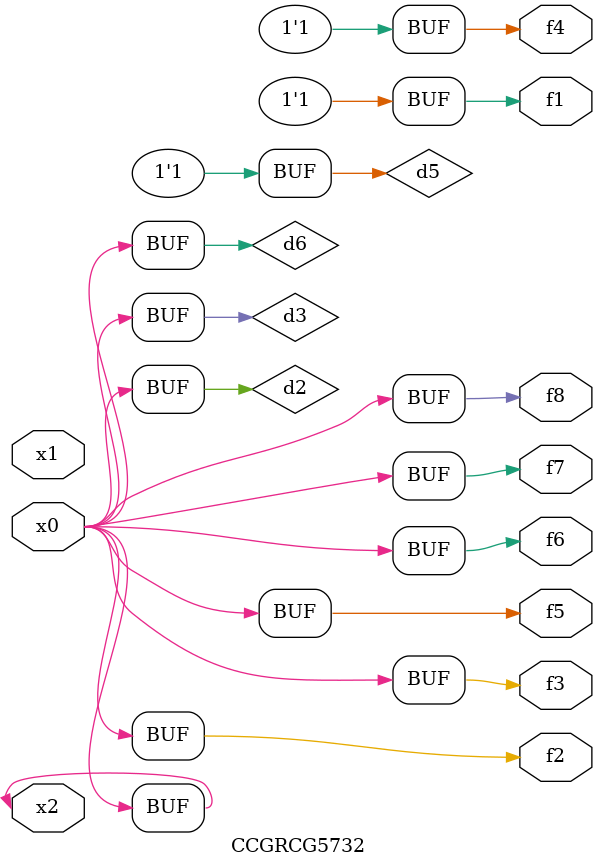
<source format=v>
module CCGRCG5732(
	input x0, x1, x2,
	output f1, f2, f3, f4, f5, f6, f7, f8
);

	wire d1, d2, d3, d4, d5, d6;

	xnor (d1, x2);
	buf (d2, x0, x2);
	and (d3, x0);
	xnor (d4, x1, x2);
	nand (d5, d1, d3);
	buf (d6, d2, d3);
	assign f1 = d5;
	assign f2 = d6;
	assign f3 = d6;
	assign f4 = d5;
	assign f5 = d6;
	assign f6 = d6;
	assign f7 = d6;
	assign f8 = d6;
endmodule

</source>
